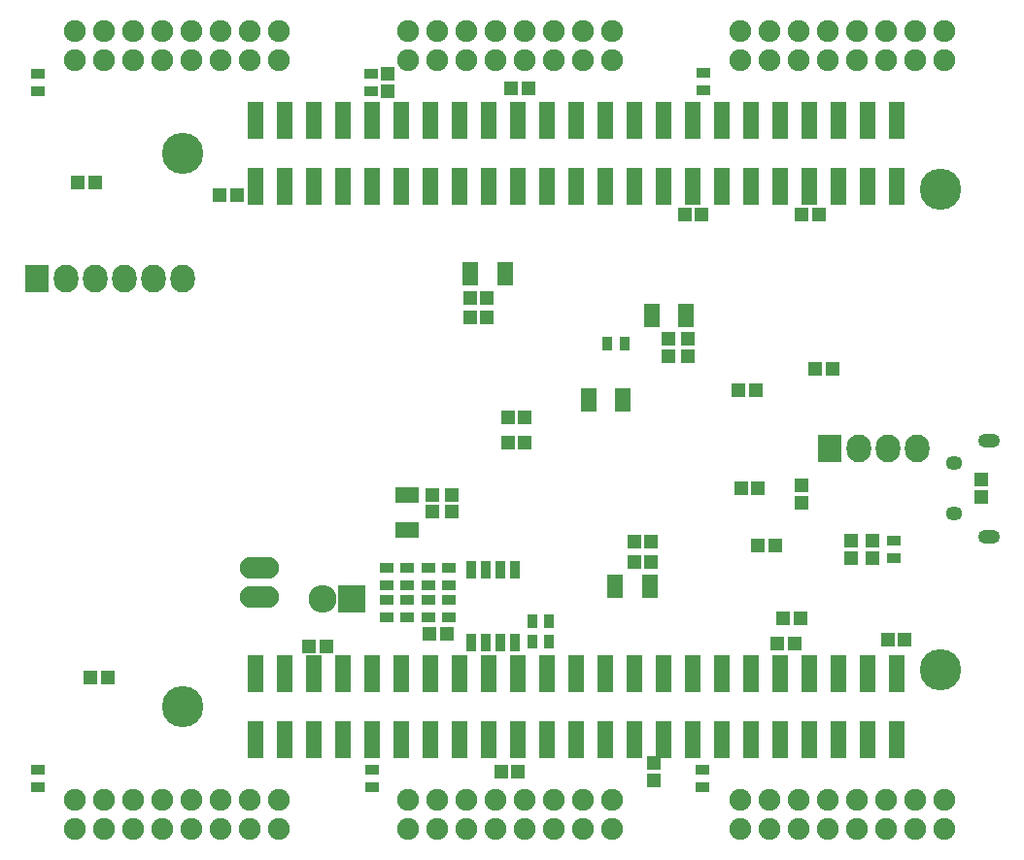
<source format=gbr>
G04 #@! TF.FileFunction,Soldermask,Bot*
%FSLAX46Y46*%
G04 Gerber Fmt 4.6, Leading zero omitted, Abs format (unit mm)*
G04 Created by KiCad (PCBNEW (2014-11-27 BZR 5304)-product) date 2015 March 23, Monday 21:33:43*
%MOMM*%
G01*
G04 APERTURE LIST*
%ADD10C,0.100000*%
%ADD11R,1.300000X0.900000*%
%ADD12R,0.900000X1.300000*%
%ADD13C,1.906220*%
%ADD14C,3.600000*%
%ADD15R,1.400000X3.200000*%
%ADD16R,2.127200X2.432000*%
%ADD17O,2.127200X2.432000*%
%ADD18R,0.908000X1.543000*%
%ADD19R,1.200000X1.150000*%
%ADD20R,1.400000X2.000000*%
%ADD21R,1.150000X1.200000*%
%ADD22R,2.000000X1.400000*%
%ADD23O,1.450000X1.250000*%
%ADD24O,1.900000X1.200000*%
%ADD25R,2.432000X2.432000*%
%ADD26O,2.432000X2.432000*%
%ADD27O,3.414980X1.906220*%
G04 APERTURE END LIST*
D10*
D11*
X135825000Y-113245000D03*
X135825000Y-111745000D03*
X137625000Y-113245000D03*
X137625000Y-111745000D03*
X139425000Y-113245000D03*
X139425000Y-111745000D03*
X135825000Y-116045000D03*
X135825000Y-114545000D03*
X137625000Y-116045000D03*
X137625000Y-114545000D03*
X139425000Y-116045000D03*
X139425000Y-114545000D03*
D12*
X148175000Y-116395000D03*
X146675000Y-116395000D03*
X148175000Y-118195000D03*
X146675000Y-118195000D03*
D11*
X134025000Y-113245000D03*
X134025000Y-111745000D03*
X134025000Y-116045000D03*
X134025000Y-114545000D03*
D12*
X153275000Y-92195000D03*
X154775000Y-92195000D03*
D13*
X182615000Y-64925000D03*
X182615000Y-67465000D03*
X180075000Y-64925000D03*
X180075000Y-67465000D03*
X177535000Y-64925000D03*
X177535000Y-67465000D03*
X174995000Y-64925000D03*
X174995000Y-67465000D03*
X172455000Y-64925000D03*
X172455000Y-67465000D03*
X169915000Y-64925000D03*
X169915000Y-67465000D03*
X167375000Y-64925000D03*
X167375000Y-67465000D03*
X164835000Y-64925000D03*
X164835000Y-67465000D03*
X124615000Y-131925000D03*
X124615000Y-134465000D03*
X122075000Y-131925000D03*
X122075000Y-134465000D03*
X119535000Y-131925000D03*
X119535000Y-134465000D03*
X116995000Y-131925000D03*
X116995000Y-134465000D03*
X114455000Y-131925000D03*
X114455000Y-134465000D03*
X111915000Y-131925000D03*
X111915000Y-134465000D03*
X109375000Y-131925000D03*
X109375000Y-134465000D03*
X106835000Y-131925000D03*
X106835000Y-134465000D03*
X153615000Y-131925000D03*
X153615000Y-134465000D03*
X151075000Y-131925000D03*
X151075000Y-134465000D03*
X148535000Y-131925000D03*
X148535000Y-134465000D03*
X145995000Y-131925000D03*
X145995000Y-134465000D03*
X143455000Y-131925000D03*
X143455000Y-134465000D03*
X140915000Y-131925000D03*
X140915000Y-134465000D03*
X138375000Y-131925000D03*
X138375000Y-134465000D03*
X135835000Y-131925000D03*
X135835000Y-134465000D03*
X182615000Y-131925000D03*
X182615000Y-134465000D03*
X180075000Y-131925000D03*
X180075000Y-134465000D03*
X177535000Y-131925000D03*
X177535000Y-134465000D03*
X174995000Y-131925000D03*
X174995000Y-134465000D03*
X172455000Y-131925000D03*
X172455000Y-134465000D03*
X169915000Y-131925000D03*
X169915000Y-134465000D03*
X167375000Y-131925000D03*
X167375000Y-134465000D03*
X164835000Y-131925000D03*
X164835000Y-134465000D03*
D14*
X116205000Y-123825000D03*
X116205000Y-75565000D03*
X182245000Y-78740000D03*
X182245000Y-120650000D03*
D15*
X122555000Y-78415000D03*
X122555000Y-72715000D03*
X125095000Y-78415000D03*
X125095000Y-72715000D03*
X127635000Y-78415000D03*
X127635000Y-72715000D03*
X130175000Y-78415000D03*
X130175000Y-72715000D03*
X132715000Y-78415000D03*
X132715000Y-72715000D03*
X135255000Y-78415000D03*
X135255000Y-72715000D03*
X137795000Y-78415000D03*
X137795000Y-72715000D03*
X140335000Y-78415000D03*
X140335000Y-72715000D03*
X142875000Y-78415000D03*
X142875000Y-72715000D03*
X145415000Y-78415000D03*
X145415000Y-72715000D03*
X147955000Y-78415000D03*
X147955000Y-72715000D03*
X150495000Y-78415000D03*
X150495000Y-72715000D03*
X153035000Y-78415000D03*
X153035000Y-72715000D03*
X155575000Y-78415000D03*
X155575000Y-72715000D03*
X158115000Y-78415000D03*
X158115000Y-72715000D03*
X160655000Y-78415000D03*
X160655000Y-72715000D03*
X163195000Y-78415000D03*
X163195000Y-72715000D03*
X165735000Y-78415000D03*
X165735000Y-72715000D03*
X168275000Y-78415000D03*
X168275000Y-72715000D03*
X170815000Y-78415000D03*
X170815000Y-72715000D03*
X173355000Y-78415000D03*
X173355000Y-72715000D03*
X175895000Y-78415000D03*
X175895000Y-72715000D03*
X178435000Y-78415000D03*
X178435000Y-72715000D03*
X122555000Y-126675000D03*
X122555000Y-120975000D03*
X125095000Y-126675000D03*
X125095000Y-120975000D03*
X127635000Y-126675000D03*
X127635000Y-120975000D03*
X130175000Y-126675000D03*
X130175000Y-120975000D03*
X132715000Y-126675000D03*
X132715000Y-120975000D03*
X135255000Y-126675000D03*
X135255000Y-120975000D03*
X137795000Y-126675000D03*
X137795000Y-120975000D03*
X140335000Y-126675000D03*
X140335000Y-120975000D03*
X142875000Y-126675000D03*
X142875000Y-120975000D03*
X145415000Y-126675000D03*
X145415000Y-120975000D03*
X147955000Y-126675000D03*
X147955000Y-120975000D03*
X150495000Y-126675000D03*
X150495000Y-120975000D03*
X153035000Y-126675000D03*
X153035000Y-120975000D03*
X155575000Y-126675000D03*
X155575000Y-120975000D03*
X158115000Y-126675000D03*
X158115000Y-120975000D03*
X160655000Y-126675000D03*
X160655000Y-120975000D03*
X163195000Y-126675000D03*
X163195000Y-120975000D03*
X165735000Y-126675000D03*
X165735000Y-120975000D03*
X168275000Y-126675000D03*
X168275000Y-120975000D03*
X170815000Y-126675000D03*
X170815000Y-120975000D03*
X173355000Y-126675000D03*
X173355000Y-120975000D03*
X175895000Y-126675000D03*
X175895000Y-120975000D03*
X178435000Y-126675000D03*
X178435000Y-120975000D03*
D13*
X124615000Y-64925000D03*
X124615000Y-67465000D03*
X122075000Y-64925000D03*
X122075000Y-67465000D03*
X119535000Y-64925000D03*
X119535000Y-67465000D03*
X116995000Y-64925000D03*
X116995000Y-67465000D03*
X114455000Y-64925000D03*
X114455000Y-67465000D03*
X111915000Y-64925000D03*
X111915000Y-67465000D03*
X109375000Y-64925000D03*
X109375000Y-67465000D03*
X106835000Y-64925000D03*
X106835000Y-67465000D03*
X153615000Y-64925000D03*
X153615000Y-67465000D03*
X151075000Y-64925000D03*
X151075000Y-67465000D03*
X148535000Y-64925000D03*
X148535000Y-67465000D03*
X145995000Y-64925000D03*
X145995000Y-67465000D03*
X143455000Y-64925000D03*
X143455000Y-67465000D03*
X140915000Y-64925000D03*
X140915000Y-67465000D03*
X138375000Y-64925000D03*
X138375000Y-67465000D03*
X135835000Y-64925000D03*
X135835000Y-67465000D03*
D16*
X103505000Y-86487000D03*
D17*
X106045000Y-86487000D03*
X108585000Y-86487000D03*
X111125000Y-86487000D03*
X113665000Y-86487000D03*
X116205000Y-86487000D03*
D18*
X141420000Y-118270000D03*
X142690000Y-118270000D03*
X143960000Y-118270000D03*
X145230000Y-118270000D03*
X145230000Y-111920000D03*
X143960000Y-111920000D03*
X142690000Y-111920000D03*
X141420000Y-111920000D03*
D19*
X139275000Y-117495000D03*
X137775000Y-117495000D03*
D20*
X151625000Y-97095000D03*
X154625000Y-97095000D03*
D19*
X146075000Y-98595000D03*
X144575000Y-98595000D03*
X146075000Y-100795000D03*
X144575000Y-100795000D03*
D20*
X141325000Y-86095000D03*
X144325000Y-86095000D03*
D19*
X141275000Y-88195000D03*
X142775000Y-88195000D03*
X141275000Y-89895000D03*
X142775000Y-89895000D03*
D20*
X157125000Y-89695000D03*
X160125000Y-89695000D03*
D21*
X158525000Y-93245000D03*
X158525000Y-91745000D03*
X160225000Y-93245000D03*
X160225000Y-91745000D03*
D20*
X153925000Y-113295000D03*
X156925000Y-113295000D03*
D19*
X155575000Y-111195000D03*
X157075000Y-111195000D03*
X155575000Y-109395000D03*
X157075000Y-109395000D03*
D22*
X135825000Y-105395000D03*
X135825000Y-108395000D03*
D21*
X138025000Y-105345000D03*
X138025000Y-106845000D03*
X139725000Y-105345000D03*
X139725000Y-106845000D03*
X176325000Y-109345000D03*
X176325000Y-110845000D03*
X174525000Y-109345000D03*
X174525000Y-110845000D03*
X170125000Y-104545000D03*
X170125000Y-106045000D03*
D19*
X164875000Y-104795000D03*
X166375000Y-104795000D03*
X166375000Y-109795000D03*
X167875000Y-109795000D03*
D21*
X185825000Y-105545000D03*
X185825000Y-104045000D03*
D23*
X183475000Y-102570000D03*
X183475000Y-107020000D03*
D24*
X186475000Y-108970000D03*
X186475000Y-100620000D03*
D11*
X103625000Y-70145000D03*
X103625000Y-68645000D03*
X132625000Y-70145000D03*
X132625000Y-68645000D03*
X161625000Y-70045000D03*
X161625000Y-68545000D03*
X103625000Y-129345000D03*
X103625000Y-130845000D03*
X132725000Y-129345000D03*
X132725000Y-130845000D03*
X161525000Y-129345000D03*
X161525000Y-130845000D03*
X178225000Y-109345000D03*
X178225000Y-110845000D03*
D25*
X130925000Y-114395000D03*
D26*
X128385000Y-114395000D03*
D16*
X172625000Y-101295000D03*
D17*
X175165000Y-101295000D03*
X177705000Y-101295000D03*
X180245000Y-101295000D03*
D27*
X122925000Y-114265000D03*
X122925000Y-111725000D03*
D19*
X164675000Y-96195000D03*
X166175000Y-96195000D03*
X171375000Y-94395000D03*
X172875000Y-94395000D03*
X170075000Y-116095000D03*
X168575000Y-116095000D03*
X107075000Y-78095000D03*
X108575000Y-78095000D03*
X119475000Y-79195000D03*
X120975000Y-79195000D03*
D21*
X134125000Y-70145000D03*
X134125000Y-68645000D03*
D19*
X144875000Y-69895000D03*
X146375000Y-69895000D03*
X159975000Y-80895000D03*
X161475000Y-80895000D03*
X170175000Y-80895000D03*
X171675000Y-80895000D03*
X109675000Y-121295000D03*
X108175000Y-121295000D03*
X128775000Y-118595000D03*
X127275000Y-118595000D03*
X143975000Y-129495000D03*
X145475000Y-129495000D03*
D21*
X157325000Y-128745000D03*
X157325000Y-130245000D03*
D19*
X169575000Y-118295000D03*
X168075000Y-118295000D03*
X179175000Y-117995000D03*
X177675000Y-117995000D03*
M02*

</source>
